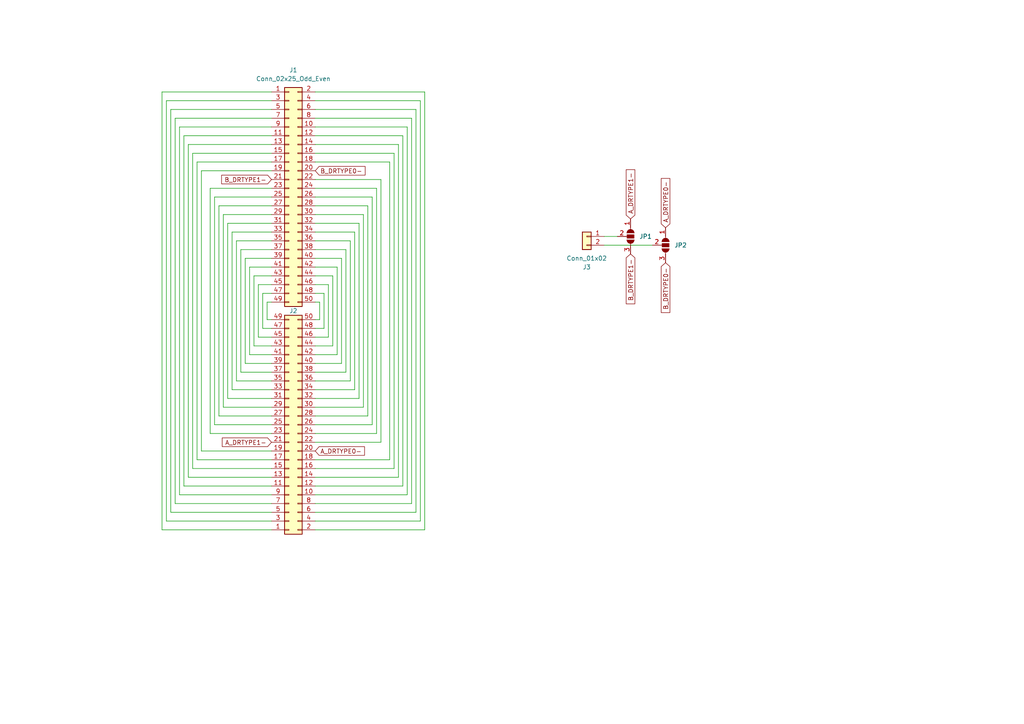
<source format=kicad_sch>
(kicad_sch (version 20250114) (generator "eeschema") (generator_version "9.0")
  (paper "A4")
  (lib_symbols
    (symbol "Connector_Generic:Conn_01x02" (pin_names (offset 1.016) (hide yes))
      (property "Reference" "J" (at 0 2.54 0))
      (property "Value" "Conn_01x02" (at 0 -5.08 0))
      (symbol "Conn_01x02_1_1"
        (rectangle (start -1.27 1.27) (end 1.27 -3.81) (stroke (width 0.254)) (fill (type background)))
        (rectangle (start -1.27 0.127) (end 0 -0.127) (stroke (width 0.1524)))
        (rectangle (start -1.27 -2.413) (end 0 -2.667) (stroke (width 0.1524)))
        (pin passive line (at -5.08 0 0) (length 3.81) (name "Pin_1") (number "1"))
        (pin passive line (at -5.08 -2.54 0) (length 3.81) (name "Pin_2") (number "2"))
      )
    )
    (symbol "Connector_Generic:Conn_02x25_Odd_Even" (pin_names (offset 1.016) (hide yes))
      (property "Reference" "J" (at 1.27 33.02 0))
      (property "Value" "Conn_02x25_Odd_Even" (at 1.27 -33.02 0))
      (symbol "Conn_02x25_Odd_Even_1_1"
        (rectangle (start -1.27 31.75) (end 3.81 -31.75) (stroke (width 0.254)) (fill (type background)))
        (rectangle (start -1.27 30.607) (end 0 30.353) (stroke (width 0.1524)))
        (rectangle (start -1.27 28.067) (end 0 27.813) (stroke (width 0.1524)))
        (rectangle (start -1.27 25.527) (end 0 25.273) (stroke (width 0.1524)))
        (rectangle (start -1.27 22.987) (end 0 22.733) (stroke (width 0.1524)))
        (rectangle (start -1.27 20.447) (end 0 20.193) (stroke (width 0.1524)))
        (rectangle (start -1.27 17.907) (end 0 17.653) (stroke (width 0.1524)))
        (rectangle (start -1.27 15.367) (end 0 15.113) (stroke (width 0.1524)))
        (rectangle (start -1.27 12.827) (end 0 12.573) (stroke (width 0.1524)))
        (rectangle (start -1.27 10.287) (end 0 10.033) (stroke (width 0.1524)))
        (rectangle (start -1.27 7.747) (end 0 7.493) (stroke (width 0.1524)))
        (rectangle (start -1.27 5.207) (end 0 4.953) (stroke (width 0.1524)))
        (rectangle (start -1.27 2.667) (end 0 2.413) (stroke (width 0.1524)))
        (rectangle (start -1.27 0.127) (end 0 -0.127) (stroke (width 0.1524)))
        (rectangle (start -1.27 -2.413) (end 0 -2.667) (stroke (width 0.1524)))
        (rectangle (start -1.27 -4.953) (end 0 -5.207) (stroke (width 0.1524)))
        (rectangle (start -1.27 -7.493) (end 0 -7.747) (stroke (width 0.1524)))
        (rectangle (start -1.27 -10.033) (end 0 -10.287) (stroke (width 0.1524)))
        (rectangle (start -1.27 -12.573) (end 0 -12.827) (stroke (width 0.1524)))
        (rectangle (start -1.27 -15.113) (end 0 -15.367) (stroke (width 0.1524)))
        (rectangle (start -1.27 -17.653) (end 0 -17.907) (stroke (width 0.1524)))
        (rectangle (start -1.27 -20.193) (end 0 -20.447) (stroke (width 0.1524)))
        (rectangle (start -1.27 -22.733) (end 0 -22.987) (stroke (width 0.1524)))
        (rectangle (start -1.27 -25.273) (end 0 -25.527) (stroke (width 0.1524)))
        (rectangle (start -1.27 -27.813) (end 0 -28.067) (stroke (width 0.1524)))
        (rectangle (start -1.27 -30.353) (end 0 -30.607) (stroke (width 0.1524)))
        (rectangle (start 3.81 30.607) (end 2.54 30.353) (stroke (width 0.1524)))
        (rectangle (start 3.81 28.067) (end 2.54 27.813) (stroke (width 0.1524)))
        (rectangle (start 3.81 25.527) (end 2.54 25.273) (stroke (width 0.1524)))
        (rectangle (start 3.81 22.987) (end 2.54 22.733) (stroke (width 0.1524)))
        (rectangle (start 3.81 20.447) (end 2.54 20.193) (stroke (width 0.1524)))
        (rectangle (start 3.81 17.907) (end 2.54 17.653) (stroke (width 0.1524)))
        (rectangle (start 3.81 15.367) (end 2.54 15.113) (stroke (width 0.1524)))
        (rectangle (start 3.81 12.827) (end 2.54 12.573) (stroke (width 0.1524)))
        (rectangle (start 3.81 10.287) (end 2.54 10.033) (stroke (width 0.1524)))
        (rectangle (start 3.81 7.747) (end 2.54 7.493) (stroke (width 0.1524)))
        (rectangle (start 3.81 5.207) (end 2.54 4.953) (stroke (width 0.1524)))
        (rectangle (start 3.81 2.667) (end 2.54 2.413) (stroke (width 0.1524)))
        (rectangle (start 3.81 0.127) (end 2.54 -0.127) (stroke (width 0.1524)))
        (rectangle (start 3.81 -2.413) (end 2.54 -2.667) (stroke (width 0.1524)))
        (rectangle (start 3.81 -4.953) (end 2.54 -5.207) (stroke (width 0.1524)))
        (rectangle (start 3.81 -7.493) (end 2.54 -7.747) (stroke (width 0.1524)))
        (rectangle (start 3.81 -10.033) (end 2.54 -10.287) (stroke (width 0.1524)))
        (rectangle (start 3.81 -12.573) (end 2.54 -12.827) (stroke (width 0.1524)))
        (rectangle (start 3.81 -15.113) (end 2.54 -15.367) (stroke (width 0.1524)))
        (rectangle (start 3.81 -17.653) (end 2.54 -17.907) (stroke (width 0.1524)))
        (rectangle (start 3.81 -20.193) (end 2.54 -20.447) (stroke (width 0.1524)))
        (rectangle (start 3.81 -22.733) (end 2.54 -22.987) (stroke (width 0.1524)))
        (rectangle (start 3.81 -25.273) (end 2.54 -25.527) (stroke (width 0.1524)))
        (rectangle (start 3.81 -27.813) (end 2.54 -28.067) (stroke (width 0.1524)))
        (rectangle (start 3.81 -30.353) (end 2.54 -30.607) (stroke (width 0.1524)))
        (pin passive line (at -5.08 30.48 0) (length 3.81) (name "Pin_1") (number "1"))
        (pin passive line (at -5.08 27.94 0) (length 3.81) (name "Pin_3") (number "3"))
        (pin passive line (at -5.08 25.4 0) (length 3.81) (name "Pin_5") (number "5"))
        (pin passive line (at -5.08 22.86 0) (length 3.81) (name "Pin_7") (number "7"))
        (pin passive line (at -5.08 20.32 0) (length 3.81) (name "Pin_9") (number "9"))
        (pin passive line (at -5.08 17.78 0) (length 3.81) (name "Pin_11") (number "11"))
        (pin passive line (at -5.08 15.24 0) (length 3.81) (name "Pin_13") (number "13"))
        (pin passive line (at -5.08 12.7 0) (length 3.81) (name "Pin_15") (number "15"))
        (pin passive line (at -5.08 10.16 0) (length 3.81) (name "Pin_17") (number "17"))
        (pin passive line (at -5.08 7.62 0) (length 3.81) (name "Pin_19") (number "19"))
        (pin passive line (at -5.08 5.08 0) (length 3.81) (name "Pin_21") (number "21"))
        (pin passive line (at -5.08 2.54 0) (length 3.81) (name "Pin_23") (number "23"))
        (pin passive line (at -5.08 0 0) (length 3.81) (name "Pin_25") (number "25"))
        (pin passive line (at -5.08 -2.54 0) (length 3.81) (name "Pin_27") (number "27"))
        (pin passive line (at -5.08 -5.08 0) (length 3.81) (name "Pin_29") (number "29"))
        (pin passive line (at -5.08 -7.62 0) (length 3.81) (name "Pin_31") (number "31"))
        (pin passive line (at -5.08 -10.16 0) (length 3.81) (name "Pin_33") (number "33"))
        (pin passive line (at -5.08 -12.7 0) (length 3.81) (name "Pin_35") (number "35"))
        (pin passive line (at -5.08 -15.24 0) (length 3.81) (name "Pin_37") (number "37"))
        (pin passive line (at -5.08 -17.78 0) (length 3.81) (name "Pin_39") (number "39"))
        (pin passive line (at -5.08 -20.32 0) (length 3.81) (name "Pin_41") (number "41"))
        (pin passive line (at -5.08 -22.86 0) (length 3.81) (name "Pin_43") (number "43"))
        (pin passive line (at -5.08 -25.4 0) (length 3.81) (name "Pin_45") (number "45"))
        (pin passive line (at -5.08 -27.94 0) (length 3.81) (name "Pin_47") (number "47"))
        (pin passive line (at -5.08 -30.48 0) (length 3.81) (name "Pin_49") (number "49"))
        (pin passive line (at 7.62 30.48 180) (length 3.81) (name "Pin_2") (number "2"))
        (pin passive line (at 7.62 27.94 180) (length 3.81) (name "Pin_4") (number "4"))
        (pin passive line (at 7.62 25.4 180) (length 3.81) (name "Pin_6") (number "6"))
        (pin passive line (at 7.62 22.86 180) (length 3.81) (name "Pin_8") (number "8"))
        (pin passive line (at 7.62 20.32 180) (length 3.81) (name "Pin_10") (number "10"))
        (pin passive line (at 7.62 17.78 180) (length 3.81) (name "Pin_12") (number "12"))
        (pin passive line (at 7.62 15.24 180) (length 3.81) (name "Pin_14") (number "14"))
        (pin passive line (at 7.62 12.7 180) (length 3.81) (name "Pin_16") (number "16"))
        (pin passive line (at 7.62 10.16 180) (length 3.81) (name "Pin_18") (number "18"))
        (pin passive line (at 7.62 7.62 180) (length 3.81) (name "Pin_20") (number "20"))
        (pin passive line (at 7.62 5.08 180) (length 3.81) (name "Pin_22") (number "22"))
        (pin passive line (at 7.62 2.54 180) (length 3.81) (name "Pin_24") (number "24"))
        (pin passive line (at 7.62 0 180) (length 3.81) (name "Pin_26") (number "26"))
        (pin passive line (at 7.62 -2.54 180) (length 3.81) (name "Pin_28") (number "28"))
        (pin passive line (at 7.62 -5.08 180) (length 3.81) (name "Pin_30") (number "30"))
        (pin passive line (at 7.62 -7.62 180) (length 3.81) (name "Pin_32") (number "32"))
        (pin passive line (at 7.62 -10.16 180) (length 3.81) (name "Pin_34") (number "34"))
        (pin passive line (at 7.62 -12.7 180) (length 3.81) (name "Pin_36") (number "36"))
        (pin passive line (at 7.62 -15.24 180) (length 3.81) (name "Pin_38") (number "38"))
        (pin passive line (at 7.62 -17.78 180) (length 3.81) (name "Pin_40") (number "40"))
        (pin passive line (at 7.62 -20.32 180) (length 3.81) (name "Pin_42") (number "42"))
        (pin passive line (at 7.62 -22.86 180) (length 3.81) (name "Pin_44") (number "44"))
        (pin passive line (at 7.62 -25.4 180) (length 3.81) (name "Pin_46") (number "46"))
        (pin passive line (at 7.62 -27.94 180) (length 3.81) (name "Pin_48") (number "48"))
        (pin passive line (at 7.62 -30.48 180) (length 3.81) (name "Pin_50") (number "50"))
      )
    )
    (symbol "Jumper:SolderJumper_3_Open" (pin_names (offset 0) (hide yes)) (in_bom no)
      (property "Reference" "JP" (at -2.54 -2.54 0))
      (property "Value" "SolderJumper_3_Open" (at 0 2.794 0))
      (symbol "SolderJumper_3_Open_0_1"
        (polyline (pts (xy -2.54 0) (xy -2.032 0)))
        (polyline (pts (xy -1.016 1.016) (xy -1.016 -1.016)))
        (arc (start -1.016 -1.016) (mid -2.0276 0) (end -1.016 1.016))
        (arc (start -1.016 -1.016) (mid -2.0276 0) (end -1.016 1.016) (fill (type outline)))
        (rectangle (start -0.508 1.016) (end 0.508 -1.016) (fill (type outline)))
        (polyline (pts (xy 0 -1.27) (xy 0 -1.016)))
        (arc (start 1.016 1.016) (mid 2.0276 0) (end 1.016 -1.016))
        (arc (start 1.016 1.016) (mid 2.0276 0) (end 1.016 -1.016) (fill (type outline)))
        (polyline (pts (xy 1.016 1.016) (xy 1.016 -1.016)))
        (polyline (pts (xy 2.54 0) (xy 2.032 0)))
      )
      (symbol "SolderJumper_3_Open_1_1"
        (pin passive line (at -5.08 0 0) (length 2.54) (name "A") (number "1"))
        (pin passive line (at 0 -3.81 90) (length 2.54) (name "C") (number "2"))
        (pin passive line (at 5.08 0 180) (length 2.54) (name "B") (number "3"))
      )
    )
  )
  (wire (pts (xy 106.68 120.65) (xy 91.44 120.65)))
  (wire (pts (xy 106.68 59.69) (xy 106.68 120.65)))
  (wire (pts (xy 91.44 64.77) (xy 104.14 64.77)))
  (wire (pts (xy 102.87 113.03) (xy 102.87 67.31)))
  (wire (pts (xy 78.74 67.31) (xy 67.31 67.31)))
  (wire (pts (xy 64.77 118.11) (xy 78.74 118.11)))
  (wire (pts (xy 91.44 146.05) (xy 119.38 146.05)))
  (wire (pts (xy 109.22 125.73) (xy 91.44 125.73)))
  (wire (pts (xy 71.12 74.93) (xy 78.74 74.93)))
  (wire (pts (xy 91.44 31.75) (xy 120.65 31.75)))
  (wire (pts (xy 93.98 85.09) (xy 93.98 95.25)))
  (wire (pts (xy 62.23 123.19) (xy 78.74 123.19)))
  (wire (pts (xy 116.84 39.37) (xy 116.84 140.97)))
  (wire (pts (xy 109.22 54.61) (xy 109.22 125.73)))
  (wire (pts (xy 93.98 95.25) (xy 91.44 95.25)))
  (wire (pts (xy 104.14 115.57) (xy 91.44 115.57)))
  (wire (pts (xy 91.44 74.93) (xy 99.06 74.93)))
  (wire (pts (xy 114.3 135.89) (xy 91.44 135.89)))
  (wire (pts (xy 91.44 77.47) (xy 97.79 77.47)))
  (wire (pts (xy 113.03 133.35) (xy 113.03 46.99)))
  (wire (pts (xy 49.53 31.75) (xy 78.74 31.75)))
  (wire (pts (xy 68.58 69.85) (xy 78.74 69.85)))
  (wire (pts (xy 78.74 95.25) (xy 76.2 95.25)))
  (wire (pts (xy 100.33 107.95) (xy 100.33 72.39)))
  (wire (pts (xy 63.5 59.69) (xy 78.74 59.69)))
  (wire (pts (xy 50.8 146.05) (xy 78.74 146.05)))
  (wire (pts (xy 57.15 46.99) (xy 57.15 133.35)))
  (wire (pts (xy 78.74 105.41) (xy 71.12 105.41)))
  (wire (pts (xy 53.34 39.37) (xy 78.74 39.37)))
  (wire (pts (xy 78.74 110.49) (xy 68.58 110.49)))
  (wire (pts (xy 114.3 44.45) (xy 114.3 135.89)))
  (wire (pts (xy 91.44 54.61) (xy 109.22 54.61)))
  (wire (pts (xy 52.07 143.51) (xy 52.07 36.83)))
  (wire (pts (xy 113.03 46.99) (xy 91.44 46.99)))
  (wire (pts (xy 66.04 64.77) (xy 78.74 64.77)))
  (wire (pts (xy 73.66 100.33) (xy 73.66 80.01)))
  (wire (pts (xy 107.95 123.19) (xy 107.95 57.15)))
  (wire (pts (xy 95.25 82.55) (xy 91.44 82.55)))
  (wire (pts (xy 105.41 62.23) (xy 91.44 62.23)))
  (wire (pts (xy 67.31 67.31) (xy 67.31 113.03)))
  (wire (pts (xy 58.42 130.81) (xy 58.42 49.53)))
  (wire (pts (xy 96.52 80.01) (xy 96.52 100.33)))
  (wire (pts (xy 91.44 123.19) (xy 107.95 123.19)))
  (wire (pts (xy 76.2 95.25) (xy 76.2 85.09)))
  (wire (pts (xy 66.04 115.57) (xy 66.04 64.77)))
  (wire (pts (xy 78.74 46.99) (xy 57.15 46.99)))
  (wire (pts (xy 78.74 102.87) (xy 72.39 102.87)))
  (wire (pts (xy 46.99 26.67) (xy 78.74 26.67)))
  (wire (pts (xy 60.96 54.61) (xy 78.74 54.61)))
  (wire (pts (xy 120.65 148.59) (xy 91.44 148.59)))
  (wire (pts (xy 99.06 105.41) (xy 91.44 105.41)))
  (wire (pts (xy 78.74 34.29) (xy 50.8 34.29)))
  (wire (pts (xy 72.39 77.47) (xy 78.74 77.47)))
  (wire (pts (xy 92.71 92.71) (xy 91.44 92.71)))
  (wire (pts (xy 78.74 143.51) (xy 52.07 143.51)))
  (wire (pts (xy 91.44 87.63) (xy 92.71 87.63)))
  (wire (pts (xy 69.85 72.39) (xy 69.85 107.95)))
  (wire (pts (xy 78.74 115.57) (xy 66.04 115.57)))
  (wire (pts (xy 48.26 151.13) (xy 78.74 151.13)))
  (wire (pts (xy 78.74 87.63) (xy 77.47 87.63)))
  (wire (pts (xy 91.44 80.01) (xy 96.52 80.01)))
  (wire (pts (xy 91.44 138.43) (xy 115.57 138.43)))
  (wire (pts (xy 91.44 44.45) (xy 114.3 44.45)))
  (wire (pts (xy 49.53 148.59) (xy 49.53 31.75)))
  (wire (pts (xy 95.25 97.79) (xy 95.25 82.55)))
  (wire (pts (xy 121.92 151.13) (xy 121.92 29.21)))
  (wire (pts (xy 101.6 69.85) (xy 101.6 110.49)))
  (wire (pts (xy 48.26 29.21) (xy 48.26 151.13)))
  (wire (pts (xy 92.71 87.63) (xy 92.71 92.71)))
  (wire (pts (xy 60.96 125.73) (xy 60.96 54.61)))
  (wire (pts (xy 97.79 77.47) (xy 97.79 102.87)))
  (wire (pts (xy 91.44 26.67) (xy 123.19 26.67)))
  (wire (pts (xy 104.14 64.77) (xy 104.14 115.57)))
  (wire (pts (xy 78.74 100.33) (xy 73.66 100.33)))
  (wire (pts (xy 50.8 34.29) (xy 50.8 146.05)))
  (wire (pts (xy 105.41 118.11) (xy 105.41 62.23)))
  (wire (pts (xy 52.07 36.83) (xy 78.74 36.83)))
  (wire (pts (xy 91.44 151.13) (xy 121.92 151.13)))
  (wire (pts (xy 119.38 146.05) (xy 119.38 34.29)))
  (wire (pts (xy 99.06 74.93) (xy 99.06 105.41)))
  (wire (pts (xy 78.74 130.81) (xy 58.42 130.81)))
  (wire (pts (xy 115.57 138.43) (xy 115.57 41.91)))
  (wire (pts (xy 91.44 118.11) (xy 105.41 118.11)))
  (wire (pts (xy 91.44 85.09) (xy 93.98 85.09)))
  (wire (pts (xy 116.84 140.97) (xy 91.44 140.97)))
  (wire (pts (xy 100.33 72.39) (xy 91.44 72.39)))
  (wire (pts (xy 78.74 148.59) (xy 49.53 148.59)))
  (wire (pts (xy 91.44 39.37) (xy 116.84 39.37)))
  (wire (pts (xy 74.93 82.55) (xy 74.93 97.79)))
  (wire (pts (xy 91.44 97.79) (xy 95.25 97.79)))
  (wire (pts (xy 78.74 153.67) (xy 46.99 153.67)))
  (wire (pts (xy 54.61 41.91) (xy 54.61 138.43)))
  (wire (pts (xy 78.74 120.65) (xy 63.5 120.65)))
  (wire (pts (xy 78.74 57.15) (xy 62.23 57.15)))
  (wire (pts (xy 91.44 36.83) (xy 118.11 36.83)))
  (wire (pts (xy 110.49 52.07) (xy 91.44 52.07)))
  (wire (pts (xy 77.47 92.71) (xy 78.74 92.71)))
  (wire (pts (xy 121.92 29.21) (xy 91.44 29.21)))
  (wire (pts (xy 91.44 107.95) (xy 100.33 107.95)))
  (wire (pts (xy 78.74 29.21) (xy 48.26 29.21)))
  (wire (pts (xy 54.61 138.43) (xy 78.74 138.43)))
  (wire (pts (xy 69.85 107.95) (xy 78.74 107.95)))
  (wire (pts (xy 120.65 31.75) (xy 120.65 148.59)))
  (wire (pts (xy 78.74 62.23) (xy 64.77 62.23)))
  (wire (pts (xy 123.19 26.67) (xy 123.19 153.67)))
  (wire (pts (xy 53.34 140.97) (xy 53.34 39.37)))
  (wire (pts (xy 77.47 87.63) (xy 77.47 92.71)))
  (wire (pts (xy 101.6 110.49) (xy 91.44 110.49)))
  (wire (pts (xy 107.95 57.15) (xy 91.44 57.15)))
  (wire (pts (xy 78.74 135.89) (xy 55.88 135.89)))
  (wire (pts (xy 96.52 100.33) (xy 91.44 100.33)))
  (wire (pts (xy 78.74 72.39) (xy 69.85 72.39)))
  (wire (pts (xy 119.38 34.29) (xy 91.44 34.29)))
  (wire (pts (xy 55.88 44.45) (xy 78.74 44.45)))
  (wire (pts (xy 71.12 105.41) (xy 71.12 74.93)))
  (wire (pts (xy 118.11 36.83) (xy 118.11 143.51)))
  (wire (pts (xy 91.44 69.85) (xy 101.6 69.85)))
  (wire (pts (xy 91.44 133.35) (xy 113.03 133.35)))
  (wire (pts (xy 91.44 128.27) (xy 110.49 128.27)))
  (wire (pts (xy 55.88 135.89) (xy 55.88 44.45)))
  (wire (pts (xy 175.26 68.58) (xy 179.07 68.58)))
  (wire (pts (xy 123.19 153.67) (xy 91.44 153.67)))
  (wire (pts (xy 73.66 80.01) (xy 78.74 80.01)))
  (wire (pts (xy 76.2 85.09) (xy 78.74 85.09)))
  (wire (pts (xy 78.74 82.55) (xy 74.93 82.55)))
  (wire (pts (xy 64.77 62.23) (xy 64.77 118.11)))
  (wire (pts (xy 68.58 110.49) (xy 68.58 69.85)))
  (wire (pts (xy 78.74 125.73) (xy 60.96 125.73)))
  (wire (pts (xy 175.26 71.12) (xy 189.23 71.12)))
  (wire (pts (xy 62.23 57.15) (xy 62.23 123.19)))
  (wire (pts (xy 57.15 133.35) (xy 78.74 133.35)))
  (wire (pts (xy 102.87 67.31) (xy 91.44 67.31)))
  (wire (pts (xy 110.49 128.27) (xy 110.49 52.07)))
  (wire (pts (xy 97.79 102.87) (xy 91.44 102.87)))
  (wire (pts (xy 72.39 102.87) (xy 72.39 77.47)))
  (wire (pts (xy 46.99 153.67) (xy 46.99 26.67)))
  (wire (pts (xy 58.42 49.53) (xy 78.74 49.53)))
  (wire (pts (xy 67.31 113.03) (xy 78.74 113.03)))
  (wire (pts (xy 63.5 120.65) (xy 63.5 59.69)))
  (wire (pts (xy 78.74 140.97) (xy 53.34 140.97)))
  (wire (pts (xy 91.44 113.03) (xy 102.87 113.03)))
  (wire (pts (xy 118.11 143.51) (xy 91.44 143.51)))
  (wire (pts (xy 115.57 41.91) (xy 91.44 41.91)))
  (wire (pts (xy 78.74 41.91) (xy 54.61 41.91)))
  (wire (pts (xy 74.93 97.79) (xy 78.74 97.79)))
  (wire (pts (xy 91.44 59.69) (xy 106.68 59.69)))
  (global_label "B_DRTYPE0-" (shape input) (at 91.44 49.53 0) (property "Intersheetrefs" "${INTERSHEET_REFS}" (effects (hide yes))))
  (global_label "A_DRTYPE0-" (shape input) (at 193.04 66.04 90) (property "Intersheetrefs" "${INTERSHEET_REFS}" (effects (hide yes))))
  (global_label "A_DRTYPE0-" (shape input) (at 91.44 130.81 0) (property "Intersheetrefs" "${INTERSHEET_REFS}" (effects (hide yes))))
  (global_label "A_DRTYPE1-" (shape input) (at 182.88 63.5 90) (property "Intersheetrefs" "${INTERSHEET_REFS}" (effects (hide yes))))
  (global_label "B_DRTYPE1-" (shape input) (at 78.74 52.07 180) (property "Intersheetrefs" "${INTERSHEET_REFS}" (effects (hide yes))))
  (global_label "B_DRTYPE0-" (shape input) (at 193.04 76.2 270) (property "Intersheetrefs" "${INTERSHEET_REFS}" (effects (hide yes))))
  (global_label "A_DRTYPE1-" (shape input) (at 78.74 128.27 180) (property "Intersheetrefs" "${INTERSHEET_REFS}" (effects (hide yes))))
  (global_label "B_DRTYPE1-" (shape input) (at 182.88 73.66 270) (property "Intersheetrefs" "${INTERSHEET_REFS}" (effects (hide yes))))
  (symbol (lib_id "Jumper:SolderJumper_3_Open") (at 182.88 68.58 270) (unit 1) (in_bom no)
    (property "Reference" "JP1" (at 185.42 68.5799 90) (effects (justify left)))
    (property "Value" "SolderJumper_3_Open" (effects (hide yes)))
    (property "Footprint" "Jumper:SolderJumper-3_P1.3mm_Open_RoundedPad1.0x1.5mm" (effects (hide yes)))
    (property "Description" "Solder Jumper, 3-pole, open" (effects (hide yes)))
  )
  (symbol (lib_id "Jumper:SolderJumper_3_Open") (at 193.04 71.12 270) (unit 1) (in_bom no)
    (property "Reference" "JP2" (at 195.58 71.1199 90) (effects (justify left)))
    (property "Value" "SolderJumper_3_Open" (effects (hide yes)))
    (property "Footprint" "Jumper:SolderJumper-3_P1.3mm_Open_RoundedPad1.0x1.5mm" (effects (hide yes)))
    (property "Description" "Solder Jumper, 3-pole, open" (effects (hide yes)))
  )
  (symbol (lib_id "Connector_Generic:Conn_02x25_Odd_Even") (at 83.82 57.15 0) (unit 1)
    (property "Reference" "J1" (at 85.09 20.32 0))
    (property "Value" "Conn_02x25_Odd_Even" (at 85.09 22.86 0))
    (property "Footprint" "Connector_PinHeader_2.54mm:PinHeader_2x25_P2.54mm_Vertical" (effects (hide yes)))
    (property "Description" "Generic connector, double row, 02x25, odd/even pin numbering scheme (row 1 odd numbers, row 2 even numbers), script generated (kicad-library-utils/schlib/autogen/connector/)" (effects (hide yes)))
  )
  (symbol (lib_id "Connector_Generic:Conn_02x25_Odd_Even") (at 83.82 123.19 0) (mirror x) (unit 1)
    (property "Reference" "J2" (at 85.09 90.17 0))
    (property "Value" "Conn_02x25_Odd_Even" (effects (hide yes)))
    (property "Footprint" "Connector_PinHeader_2.54mm:PinHeader_2x25_P2.54mm_Vertical" (effects (hide yes)))
    (property "Description" "Generic connector, double row, 02x25, odd/even pin numbering scheme (row 1 odd numbers, row 2 even numbers), script generated (kicad-library-utils/schlib/autogen/connector/)" (effects (hide yes)))
  )
  (symbol (lib_id "Connector_Generic:Conn_01x02") (at 170.18 68.58 0) (mirror y) (unit 1)
    (property "Reference" "J3" (at 170.18 77.47 0))
    (property "Value" "Conn_01x02" (at 170.18 74.93 0))
    (property "Footprint" "Connector_PinHeader_2.54mm:PinHeader_1x02_P2.54mm_Vertical" (effects (hide yes)))
    (property "Description" "Generic connector, single row, 01x02, script generated (kicad-library-utils/schlib/autogen/connector/)" (effects (hide yes)))
  )
)
</source>
